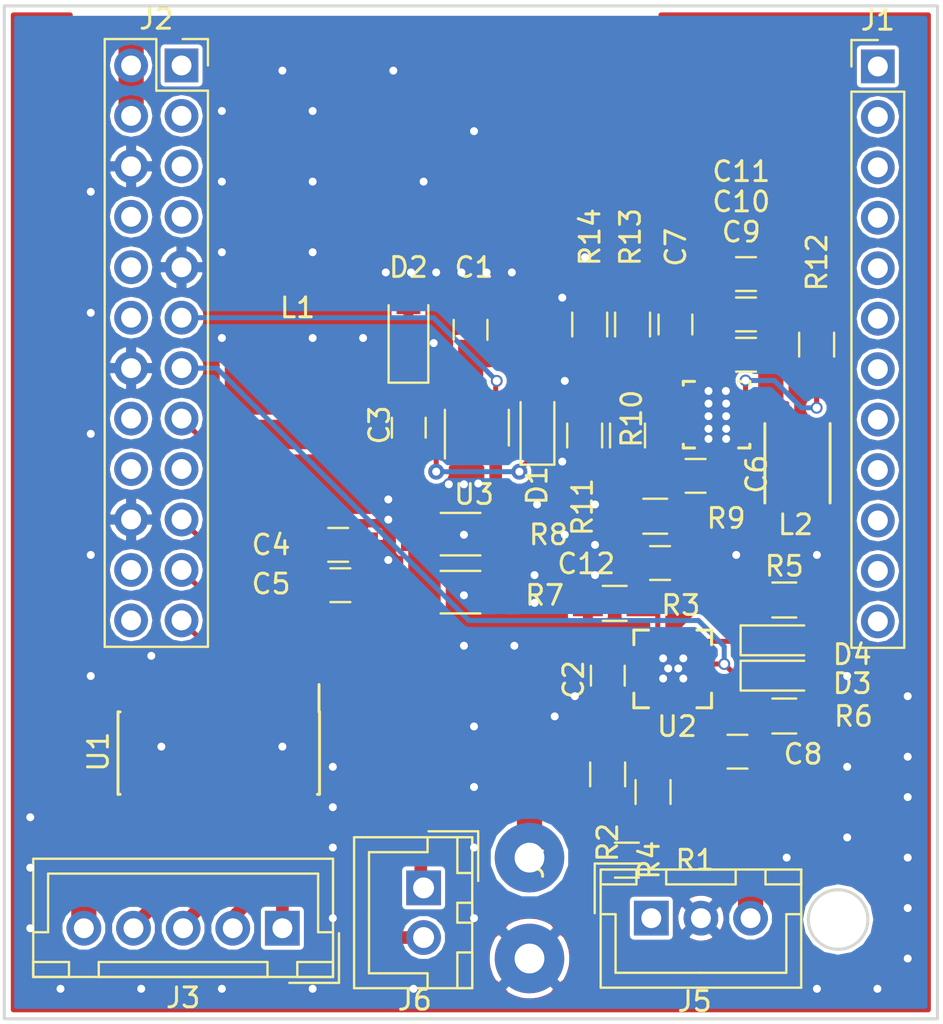
<source format=kicad_pcb>
(kicad_pcb (version 20170919) (host pcbnew "(2017-09-19 revision dddaa7e69)-makepkg")
  (layers (0 F.Cu signal) (31 B.Cu signal) (34 B.Paste user) (35 F.Paste user) (36 B.SilkS user) (37 F.SilkS user) (38 B.Mask user) (39 F.Mask user) (44 Edge.Cuts user))
  (net 0 "")
  (net 1 GND)
  (net 2 "Net-(J2-Pad15)")
  (net 3 "Net-(J2-Pad19)")
  (net 4 "Net-(J3-Pad2)")
  (net 5 "Net-(J3-Pad3)")
  (net 6 "Net-(J3-Pad4)")
  (net 7 +5V)
  (net 8 +5P)
  (net 9 "Net-(C3-Pad1)")
  (net 10 "Net-(C3-Pad2)")
  (net 11 "Net-(C4-Pad1)")
  (net 12 "Net-(C5-Pad2)")
  (net 13 +4,4V)
  (net 14 "Net-(C7-Pad1)")
  (net 15 /PGOOD)
  (net 16 "Net-(D3-Pad2)")
  (net 17 "Net-(D4-Pad2)")
  (net 18 "Net-(D4-Pad1)")
  (net 19 /LED_EN)
  (net 20 "Net-(J5-Pad1)")
  (net 21 "Net-(L2-Pad2)")
  (net 22 "Net-(R2-Pad1)")
  (net 23 "Net-(R3-Pad1)")
  (net 24 "Net-(R4-Pad1)")
  (net 25 "Net-(R10-Pad1)")
  (net 26 "Net-(R10-Pad2)")
  (net 27 "Net-(R12-Pad2)")
  (net 28 "Net-(R13-Pad2)")
  (net 29 "Net-(J3-Pad1)")
  (net 30 "Net-(J2-Pad21)")
  (net 31 "Net-(J2-Pad23)")
  (net 32 /BAT)
  (net 33 "Net-(J2-Pad1)")
  (net 34 "Net-(J2-Pad3)")
  (net 35 "Net-(J2-Pad5)")
  (net 36 "Net-(J2-Pad7)")
  (net 37 "Net-(J2-Pad8)")
  (net 38 "Net-(J2-Pad10)")
  (net 39 "Net-(J2-Pad12)")
  (net 40 "Net-(J2-Pad16)")
  (net 41 "Net-(J2-Pad17)")
  (net 42 "Net-(J2-Pad18)")
  (net 43 "Net-(J2-Pad22)")
  (net 44 "Net-(J2-Pad24)")
  (net 45 "Net-(J1-Pad1)")
  (net 46 "Net-(J1-Pad2)")
  (net 47 "Net-(J1-Pad3)")
  (net 48 "Net-(J1-Pad4)")
  (net 49 "Net-(J1-Pad5)")
  (net 50 "Net-(J1-Pad6)")
  (net 51 "Net-(J1-Pad7)")
  (net 52 "Net-(J1-Pad8)")
  (net 53 "Net-(J1-Pad9)")
  (net 54 "Net-(J1-Pad10)")
  (net 55 "Net-(J1-Pad11)")
  (net 56 "Net-(J1-Pad12)")
  (net 57 "Net-(U1-Pad5)")
  (net 58 "Net-(U1-Pad6)")
  (net 59 "Net-(U1-Pad7)")
  (net 60 "Net-(U1-Pad10)")
  (net 61 "Net-(U1-Pad11)")
  (net 62 "Net-(U1-Pad12)")
  (module Resistors_SMD:R_0805_HandSoldering (layer F.Cu) (at 143.891 147.193 270)
    (fp_text reference R2 (at 3.429 0 270) (layer F.SilkS))
    (fp_text value 1k8)
    (pad 1 smd rect (at -1.35 0 270) (size 1.5 1.3) (layers F.Cu F.Paste F.Mask) (net 22 "Net-(R2-Pad1)"))
    (pad 2 smd rect (at 1.35 0 270) (size 1.5 1.3) (layers F.Cu F.Paste F.Mask) (net 1 GND))
  )
  (module footprints:BQ24073RGTT (layer F.Cu) (at 147.1676 141.8844 90)
    (fp_text reference U2 (at -2.8956 0.2159 180) (layer F.SilkS))
    (fp_text value BQ2407x hide)
    (pad 17 smd rect (at 0 0 90) (size 1.7 1.7) (layers F.Cu F.Paste F.Mask) (net 1 GND))
    (pad 16 smd rect (at -0.750189 -1.475001 90) (size 0.28 0.85) (layers F.Cu F.Paste F.Mask) (net 22 "Net-(R2-Pad1)"))
    (pad 15 smd rect (at -0.250063 -1.475001 90) (size 0.28 0.85) (layers F.Cu F.Paste F.Mask) (net 1 GND))
    (pad 14 smd rect (at 0.250063 -1.475001 90) (size 0.28 0.85) (layers F.Cu F.Paste F.Mask) (net 1 GND))
    (pad 13 smd rect (at 0.750189 -1.475001 90) (size 0.28 0.85) (layers F.Cu F.Paste F.Mask) (net 8 +5P))
    (pad 12 smd rect (at 1.475001 -0.750001 180) (size 0.28 0.85) (layers F.Cu F.Paste F.Mask) (net 23 "Net-(R3-Pad1)"))
    (pad 11 smd rect (at 1.475001 -0.25 180) (size 0.28 0.85) (layers F.Cu F.Paste F.Mask) (net 13 +4,4V))
    (pad 10 smd rect (at 1.475001 0.25 180) (size 0.28 0.85) (layers F.Cu F.Paste F.Mask) (net 13 +4,4V))
    (pad 9 smd rect (at 1.475001 0.750001 180) (size 0.28 0.85) (layers F.Cu F.Paste F.Mask) (net 18 "Net-(D4-Pad1)"))
    (pad 8 smd rect (at 0.750189 1.475001 90) (size 0.28 0.85) (layers F.Cu F.Paste F.Mask) (net 1 GND))
    (pad 7 smd rect (at 0.250063 1.475001 90) (size 0.28 0.85) (layers F.Cu F.Paste F.Mask) (net 15 /PGOOD))
    (pad 6 smd rect (at -0.250063 1.475001 90) (size 0.28 0.85) (layers F.Cu F.Paste F.Mask) (net 1 GND))
    (pad 5 smd rect (at -0.750189 1.475001 90) (size 0.28 0.85) (layers F.Cu F.Paste F.Mask) (net 13 +4,4V))
    (pad 4 smd rect (at -1.475001 0.750001 180) (size 0.28 0.85) (layers F.Cu F.Paste F.Mask) (net 1 GND))
    (pad 3 smd rect (at -1.475001 0.25 180) (size 0.28 0.85) (layers F.Cu F.Paste F.Mask) (net 32 /BAT))
    (pad 2 smd rect (at -1.475001 -0.25 180) (size 0.28 0.85) (layers F.Cu F.Paste F.Mask) (net 32 /BAT))
    (pad 1 smd rect (at -1.475001 -0.750001 180) (size 0.28 0.85) (layers F.Cu F.Paste F.Mask) (net 24 "Net-(R4-Pad1)"))
  )
  (module Resistors_SMD:R_0805_HandSoldering (layer F.Cu) (at 146.177 148.082 270)
    (fp_text reference R4 (at 3.429 0.1905 270) (layer F.SilkS))
    (fp_text value 0R)
    (pad 1 smd rect (at -1.35 0 270) (size 1.5 1.3) (layers F.Cu F.Paste F.Mask) (net 24 "Net-(R4-Pad1)"))
    (pad 2 smd rect (at 1.35 0 270) (size 1.5 1.3) (layers F.Cu F.Paste F.Mask) (net 20 "Net-(J5-Pad1)"))
  )
  (module Socket_Strips:Socket_Strip_Straight_2x12_Pitch2.54mm (layer F.Cu) (at 122.428 111.5)
    (fp_text reference J2 (at -1.27 -2.33) (layer F.SilkS))
    (fp_text value CONN_02X12 hide)
    (pad 1 thru_hole rect (at 0 0) (size 1.7 1.7) (drill 1) (layers *.Cu *.Mask) (net 33 "Net-(J2-Pad1)"))
    (pad 2 thru_hole oval (at -2.54 0) (size 1.7 1.7) (drill 1) (layers *.Cu *.Mask) (net 7 +5V))
    (pad 3 thru_hole oval (at 0 2.54) (size 1.7 1.7) (drill 1) (layers *.Cu *.Mask) (net 34 "Net-(J2-Pad3)"))
    (pad 4 thru_hole oval (at -2.54 2.54) (size 1.7 1.7) (drill 1) (layers *.Cu *.Mask) (net 7 +5V))
    (pad 5 thru_hole oval (at 0 5.08) (size 1.7 1.7) (drill 1) (layers *.Cu *.Mask) (net 35 "Net-(J2-Pad5)"))
    (pad 6 thru_hole oval (at -2.54 5.08) (size 1.7 1.7) (drill 1) (layers *.Cu *.Mask) (net 1 GND))
    (pad 7 thru_hole oval (at 0 7.62) (size 1.7 1.7) (drill 1) (layers *.Cu *.Mask) (net 36 "Net-(J2-Pad7)"))
    (pad 8 thru_hole oval (at -2.54 7.62) (size 1.7 1.7) (drill 1) (layers *.Cu *.Mask) (net 37 "Net-(J2-Pad8)"))
    (pad 9 thru_hole oval (at 0 10.16) (size 1.7 1.7) (drill 1) (layers *.Cu *.Mask) (net 1 GND))
    (pad 10 thru_hole oval (at -2.54 10.16) (size 1.7 1.7) (drill 1) (layers *.Cu *.Mask) (net 38 "Net-(J2-Pad10)"))
    (pad 11 thru_hole oval (at 0 12.7) (size 1.7 1.7) (drill 1) (layers *.Cu *.Mask) (net 19 /LED_EN))
    (pad 12 thru_hole oval (at -2.54 12.7) (size 1.7 1.7) (drill 1) (layers *.Cu *.Mask) (net 39 "Net-(J2-Pad12)"))
    (pad 13 thru_hole oval (at 0 15.24) (size 1.7 1.7) (drill 1) (layers *.Cu *.Mask) (net 15 /PGOOD))
    (pad 14 thru_hole oval (at -2.54 15.24) (size 1.7 1.7) (drill 1) (layers *.Cu *.Mask) (net 1 GND))
    (pad 15 thru_hole oval (at 0 17.78) (size 1.7 1.7) (drill 1) (layers *.Cu *.Mask) (net 2 "Net-(J2-Pad15)"))
    (pad 16 thru_hole oval (at -2.54 17.78) (size 1.7 1.7) (drill 1) (layers *.Cu *.Mask) (net 40 "Net-(J2-Pad16)"))
    (pad 17 thru_hole oval (at 0 20.32) (size 1.7 1.7) (drill 1) (layers *.Cu *.Mask) (net 41 "Net-(J2-Pad17)"))
    (pad 18 thru_hole oval (at -2.54 20.32) (size 1.7 1.7) (drill 1) (layers *.Cu *.Mask) (net 42 "Net-(J2-Pad18)"))
    (pad 19 thru_hole oval (at 0 22.86) (size 1.7 1.7) (drill 1) (layers *.Cu *.Mask) (net 3 "Net-(J2-Pad19)"))
    (pad 20 thru_hole oval (at -2.54 22.86) (size 1.7 1.7) (drill 1) (layers *.Cu *.Mask) (net 1 GND))
    (pad 21 thru_hole oval (at 0 25.4) (size 1.7 1.7) (drill 1) (layers *.Cu *.Mask) (net 30 "Net-(J2-Pad21)"))
    (pad 22 thru_hole oval (at -2.54 25.4) (size 1.7 1.7) (drill 1) (layers *.Cu *.Mask) (net 43 "Net-(J2-Pad22)"))
    (pad 23 thru_hole oval (at 0 27.94) (size 1.7 1.7) (drill 1) (layers *.Cu *.Mask) (net 31 "Net-(J2-Pad23)"))
    (pad 24 thru_hole oval (at -2.54 27.94) (size 1.7 1.7) (drill 1) (layers *.Cu *.Mask) (net 44 "Net-(J2-Pad24)"))
  )
  (module Wire_Connections_Bridges:WireConnection_2.50mmDrill (layer F.Cu) (at 139.954 156.464 90)
    (fp_text reference J4 (at 4.8514 0.2032 90) (layer F.SilkS))
    (fp_text value POWER)
    (pad 2 thru_hole circle (at 5.08 0 90) (size 3.5 3.5) (drill 1.5) (layers *.Cu *.Mask) (net 8 +5P))
    (pad 1 thru_hole circle (at 0 0 90) (size 3.5 3.5) (drill 1.5) (layers *.Cu *.Mask) (net 1 GND))
  )
  (module Connectors_JST:JST_XH_B03B-XH-A_03x2.50mm_Straight (layer F.Cu) (at 146.09 154.432)
    (fp_text reference J5 (at 2.1825 4.191) (layer F.SilkS))
    (fp_text value BAT hide)
    (pad 1 thru_hole rect (at 0 0) (size 1.75 1.75) (drill 1) (layers *.Cu *.Mask) (net 20 "Net-(J5-Pad1)"))
    (pad 2 thru_hole circle (at 2.5 0) (size 1.75 1.75) (drill 1) (layers *.Cu *.Mask) (net 1 GND))
    (pad 3 thru_hole circle (at 5 0) (size 1.75 1.75) (drill 1) (layers *.Cu *.Mask) (net 32 /BAT))
  )
  (module tps61230:TPS61232DRCT (layer F.Cu) (at 149.3774 129.0828 180)
    (fp_text reference U4)
    (fp_text value TPS6123x hide)
    (pad 1 smd rect (at -1.4986 -1.000001 270) (size 0.3048 0.7112) (layers F.Cu F.Paste F.Mask) (net 21 "Net-(L2-Pad2)"))
    (pad 2 smd rect (at -1.4986 -0.499999 270) (size 0.3048 0.7112) (layers F.Cu F.Paste F.Mask) (net 21 "Net-(L2-Pad2)"))
    (pad 3 smd rect (at -1.4986 0 270) (size 0.3048 0.7112) (layers F.Cu F.Paste F.Mask) (net 7 +5V))
    (pad 4 smd rect (at -1.4986 0.499999 270) (size 0.3048 0.7112) (layers F.Cu F.Paste F.Mask) (net 7 +5V))
    (pad 5 smd rect (at -1.4986 1.000001 270) (size 0.3048 0.7112) (layers F.Cu F.Paste F.Mask) (net 27 "Net-(R12-Pad2)"))
    (pad 6 smd rect (at 1.4986 1.000001 270) (size 0.3048 0.7112) (layers F.Cu F.Paste F.Mask) (net 14 "Net-(C7-Pad1)"))
    (pad 7 smd rect (at 1.4986 0.499999 270) (size 0.3048 0.7112) (layers F.Cu F.Paste F.Mask) (net 28 "Net-(R13-Pad2)"))
    (pad 8 smd rect (at 1.4986 0 270) (size 0.3048 0.7112) (layers F.Cu F.Paste F.Mask) (net 26 "Net-(R10-Pad2)"))
    (pad 9 smd rect (at 1.4986 -0.499999 270) (size 0.3048 0.7112) (layers F.Cu F.Paste F.Mask) (net 25 "Net-(R10-Pad1)"))
    (pad 10 smd rect (at 1.4986 -1.000001 270) (size 0.3048 0.7112) (layers F.Cu F.Paste F.Mask) (net 13 +4,4V))
    (pad 11 smd rect (at 0 0 180) (size 1.6002 3.0988) (layers F.Cu F.Paste F.Mask) (net 1 GND))
  )
  (module Capacitors_SMD:C_0805_HandSoldering (layer F.Cu) (at 148.320978 132.16263)
    (fp_text reference C6 (at 3.063022 -0.08263 90) (layer F.SilkS))
    (fp_text value 22u)
    (pad 1 smd rect (at -1.25 0) (size 1.5 1.25) (layers F.Cu F.Paste F.Mask) (net 13 +4,4V))
    (pad 2 smd rect (at 1.25 0) (size 1.5 1.25) (layers F.Cu F.Paste F.Mask) (net 1 GND))
  )
  (module Capacitors_SMD:C_0805_HandSoldering (layer F.Cu) (at 143.898869 142.222659 270)
    (fp_text reference C2 (at 0.207841 1.722369 270) (layer F.SilkS))
    (fp_text value 1u)
    (pad 1 smd rect (at -1.25 0 270) (size 1.5 1.25) (layers F.Cu F.Paste F.Mask) (net 8 +5P))
    (pad 2 smd rect (at 1.25 0 270) (size 1.5 1.25) (layers F.Cu F.Paste F.Mask) (net 1 GND))
  )
  (module Capacitors_SMD:C_0805_HandSoldering (layer F.Cu) (at 146.531911 136.551641 180)
    (fp_text reference C12 (at 3.720411 -0.036859 180) (layer F.SilkS))
    (fp_text value 4u7)
    (pad 1 smd rect (at -1.25 0 180) (size 1.5 1.25) (layers F.Cu F.Paste F.Mask) (net 13 +4,4V))
    (pad 2 smd rect (at 1.25 0 180) (size 1.5 1.25) (layers F.Cu F.Paste F.Mask) (net 1 GND))
  )
  (module Capacitors_SMD:C_0805_HandSoldering (layer F.Cu) (at 150.4315 146.05)
    (fp_text reference C8 (at 3.302 0.127) (layer F.SilkS))
    (fp_text value 4u7)
    (pad 1 smd rect (at -1.25 0) (size 1.5 1.25) (layers F.Cu F.Paste F.Mask) (net 32 /BAT))
    (pad 2 smd rect (at 1.25 0) (size 1.5 1.25) (layers F.Cu F.Paste F.Mask) (net 1 GND))
  )
  (module Resistors_SMD:R_0805_HandSoldering (layer F.Cu) (at 152.788869 144.254659)
    (fp_text reference R6 (at 3.484631 0.017341) (layer F.SilkS))
    (fp_text value 1k)
    (pad 1 smd rect (at -1.35 0) (size 1.5 1.3) (layers F.Cu F.Paste F.Mask) (net 13 +4,4V))
    (pad 2 smd rect (at 1.35 0) (size 1.5 1.3) (layers F.Cu F.Paste F.Mask) (net 16 "Net-(D3-Pad2)"))
  )
  (module Resistors_SMD:R_0805_HandSoldering (layer F.Cu) (at 144.86 151.511)
    (fp_text reference R1 (at 3.429 0) (layer F.SilkS))
    (fp_text value "(none)")
    (pad 1 smd rect (at -1.35 0) (size 1.5 1.3) (layers F.Cu F.Paste F.Mask) (net 1 GND))
    (pad 2 smd rect (at 1.35 0) (size 1.5 1.3) (layers F.Cu F.Paste F.Mask) (net 20 "Net-(J5-Pad1)"))
  )
  (module LEDs:LED_0805_HandSoldering (layer F.Cu) (at 152.788869 142.222659)
    (fp_text reference D3 (at 3.421131 0.398341) (layer F.SilkS))
    (fp_text value PGOOD)
    (pad 1 smd rect (at -1.35 0) (size 1.5 1.3) (layers F.Cu F.Paste F.Mask) (net 15 /PGOOD))
    (pad 2 smd rect (at 1.35 0) (size 1.5 1.3) (layers F.Cu F.Paste F.Mask) (net 16 "Net-(D3-Pad2)"))
  )
  (module LEDs:LED_0805_HandSoldering (layer F.Cu) (at 152.788869 140.444659)
    (fp_text reference D4 (at 3.421131 0.715841) (layer F.SilkS))
    (fp_text value CHG)
    (pad 1 smd rect (at -1.35 0) (size 1.5 1.3) (layers F.Cu F.Paste F.Mask) (net 18 "Net-(D4-Pad1)"))
    (pad 2 smd rect (at 1.35 0) (size 1.5 1.3) (layers F.Cu F.Paste F.Mask) (net 17 "Net-(D4-Pad2)"))
  )
  (module Resistors_SMD:R_0805_HandSoldering (layer F.Cu) (at 144.245911 138.583641 180)
    (fp_text reference R3 (at -3.328089 -0.100359) (layer F.SilkS))
    (fp_text value 1k1)
    (pad 1 smd rect (at -1.35 0 180) (size 1.5 1.3) (layers F.Cu F.Paste F.Mask) (net 23 "Net-(R3-Pad1)"))
    (pad 2 smd rect (at 1.35 0 180) (size 1.5 1.3) (layers F.Cu F.Paste F.Mask) (net 1 GND))
  )
  (module Resistors_SMD:R_0805_HandSoldering (layer F.Cu) (at 152.788869 138.412659)
    (fp_text reference R5 (at 0 -1.7) (layer F.SilkS))
    (fp_text value 1k)
    (pad 1 smd rect (at -1.35 0) (size 1.5 1.3) (layers F.Cu F.Paste F.Mask) (net 13 +4,4V))
    (pad 2 smd rect (at 1.35 0) (size 1.5 1.3) (layers F.Cu F.Paste F.Mask) (net 17 "Net-(D4-Pad2)"))
  )
  (module Connectors_JST:JST_XH_B05B-XH-A_05x2.50mm_Straight (layer F.Cu) (at 127.508 154.94 180)
    (fp_text reference J3 (at 5 -3.5 180) (layer F.SilkS))
    (fp_text value STEP hide)
    (pad 1 thru_hole rect (at 0 0 180) (size 1.75 1.75) (drill 1) (layers *.Cu *.Mask) (net 29 "Net-(J3-Pad1)"))
    (pad 2 thru_hole circle (at 2.5 0 180) (size 1.75 1.75) (drill 1) (layers *.Cu *.Mask) (net 4 "Net-(J3-Pad2)"))
    (pad 3 thru_hole circle (at 5 0 180) (size 1.75 1.75) (drill 1) (layers *.Cu *.Mask) (net 5 "Net-(J3-Pad3)"))
    (pad 4 thru_hole circle (at 7.5 0 180) (size 1.75 1.75) (drill 1) (layers *.Cu *.Mask) (net 6 "Net-(J3-Pad4)"))
    (pad 5 thru_hole circle (at 10 0 180) (size 1.75 1.75) (drill 1) (layers *.Cu *.Mask) (net 7 +5V))
  )
  (module Capacitors_SMD:C_0805_HandSoldering (layer F.Cu) (at 150.860978 122.00263 180)
    (fp_text reference C11 (at 0.238978 5.16263 180) (layer F.SilkS))
    (fp_text value 22u)
    (pad 1 smd rect (at -1.25 0 180) (size 1.5 1.25) (layers F.Cu F.Paste F.Mask) (net 7 +5V))
    (pad 2 smd rect (at 1.25 0 180) (size 1.5 1.25) (layers F.Cu F.Paste F.Mask) (net 1 GND))
  )
  (module Resistors_SMD:R_0805_HandSoldering (layer F.Cu) (at 142.986978 124.54263 90)
    (fp_text reference R14 (at 4.40063 0.015022 90) (layer F.SilkS))
    (fp_text value 100k)
    (pad 1 smd rect (at -1.35 0 90) (size 1.5 1.3) (layers F.Cu F.Paste F.Mask) (net 28 "Net-(R13-Pad2)"))
    (pad 2 smd rect (at 1.35 0 90) (size 1.5 1.3) (layers F.Cu F.Paste F.Mask) (net 1 GND))
  )
  (module Capacitors_SMD:C_0805_HandSoldering (layer F.Cu) (at 150.860978 124.03463 180)
    (fp_text reference C10 (at 0.238978 5.67063 180) (layer F.SilkS))
    (fp_text value 22u)
    (pad 1 smd rect (at -1.25 0 180) (size 1.5 1.25) (layers F.Cu F.Paste F.Mask) (net 7 +5V))
    (pad 2 smd rect (at 1.25 0 180) (size 1.5 1.25) (layers F.Cu F.Paste F.Mask) (net 1 GND))
  )
  (module Capacitors_SMD:C_0805_HandSoldering (layer F.Cu) (at 147.304978 124.54263 90)
    (fp_text reference C7 (at 3.89263 0.015022 90) (layer F.SilkS))
    (fp_text value 10n)
    (pad 1 smd rect (at -1.25 0 90) (size 1.5 1.25) (layers F.Cu F.Paste F.Mask) (net 14 "Net-(C7-Pad1)"))
    (pad 2 smd rect (at 1.25 0 90) (size 1.5 1.25) (layers F.Cu F.Paste F.Mask) (net 1 GND))
  )
  (module Capacitors_SMD:C_0805_HandSoldering (layer F.Cu) (at 150.860978 126.06663 180)
    (fp_text reference C9 (at 0.238978 6.17863 180) (layer F.SilkS))
    (fp_text value 22u)
    (pad 1 smd rect (at -1.25 0 180) (size 1.5 1.25) (layers F.Cu F.Paste F.Mask) (net 7 +5V))
    (pad 2 smd rect (at 1.25 0 180) (size 1.5 1.25) (layers F.Cu F.Paste F.Mask) (net 1 GND))
  )
  (module Resistors_SMD:R_0805_HandSoldering (layer F.Cu) (at 142.732978 130.13063 270)
    (fp_text reference R11 (at 3.60037 0.111978 270) (layer F.SilkS))
    (fp_text value 1k)
    (pad 1 smd rect (at -1.35 0 270) (size 1.5 1.3) (layers F.Cu F.Paste F.Mask) (net 26 "Net-(R10-Pad2)"))
    (pad 2 smd rect (at 1.35 0 270) (size 1.5 1.3) (layers F.Cu F.Paste F.Mask) (net 1 GND))
  )
  (module inductor:DJNR3015 (layer F.Cu) (at 153.451778 131.47683 90)
    (fp_text reference L2 (at -3.14317 -0.099278 180) (layer F.SilkS))
    (fp_text value 1uH)
    (pad 1 smd rect (at -1.3 0 90) (size 1.4 2.7) (layers F.Cu F.Paste F.Mask) (net 13 +4,4V))
    (pad 2 smd rect (at 1.3 0 90) (size 1.4 2.7) (layers F.Cu F.Paste F.Mask) (net 21 "Net-(L2-Pad2)"))
  )
  (module Resistors_SMD:R_0805_HandSoldering (layer F.Cu) (at 146.288978 134.19463 180)
    (fp_text reference R9 (at -3.571022 -0.10787 180) (layer F.SilkS))
    (fp_text value 18k)
    (pad 1 smd rect (at -1.35 0 180) (size 1.5 1.3) (layers F.Cu F.Paste F.Mask) (net 13 +4,4V))
    (pad 2 smd rect (at 1.35 0 180) (size 1.5 1.3) (layers F.Cu F.Paste F.Mask) (net 25 "Net-(R10-Pad1)"))
  )
  (module Resistors_SMD:R_0805_HandSoldering (layer F.Cu) (at 144.891978 130.13063 90)
    (fp_text reference R10 (at 0.84463 0.205522 90) (layer F.SilkS))
    (fp_text value 10k)
    (pad 1 smd rect (at -1.35 0 90) (size 1.5 1.3) (layers F.Cu F.Paste F.Mask) (net 25 "Net-(R10-Pad1)"))
    (pad 2 smd rect (at 1.35 0 90) (size 1.5 1.3) (layers F.Cu F.Paste F.Mask) (net 26 "Net-(R10-Pad2)"))
  )
  (module Resistors_SMD:R_0805_HandSoldering (layer F.Cu) (at 145.145978 124.54263 270)
    (fp_text reference R13 (at -4.40063 0.111978 270) (layer F.SilkS))
    (fp_text value 402k)
    (pad 1 smd rect (at -1.35 0 270) (size 1.5 1.3) (layers F.Cu F.Paste F.Mask) (net 7 +5V))
    (pad 2 smd rect (at 1.35 0 270) (size 1.5 1.3) (layers F.Cu F.Paste F.Mask) (net 28 "Net-(R13-Pad2)"))
  )
  (module Resistors_SMD:R_0805_HandSoldering (layer F.Cu) (at 154.416978 125.556 270)
    (fp_text reference R12 (at -4.144 -0.015022 270) (layer F.SilkS))
    (fp_text value 1M)
    (pad 1 smd rect (at -1.35 0 270) (size 1.5 1.3) (layers F.Cu F.Paste F.Mask) (net 7 +5V))
    (pad 2 smd rect (at 1.35 0 270) (size 1.5 1.3) (layers F.Cu F.Paste F.Mask) (net 27 "Net-(R12-Pad2)"))
  )
  (module Housings_SOIC:SOIC-16_3.9x9.9mm_Pitch1.27mm (layer F.Cu) (at 124.303222 146.121276 270)
    (fp_text reference U1 (at -0.071276 6.066222 270) (layer F.SilkS))
    (fp_text value ULN2003)
    (pad 1 smd rect (at -2.7 -4.445 270) (size 1.5 0.6) (layers F.Cu F.Paste F.Mask) (net 2 "Net-(J2-Pad15)"))
    (pad 2 smd rect (at -2.7 -3.175 270) (size 1.5 0.6) (layers F.Cu F.Paste F.Mask) (net 3 "Net-(J2-Pad19)"))
    (pad 3 smd rect (at -2.7 -1.905 270) (size 1.5 0.6) (layers F.Cu F.Paste F.Mask) (net 30 "Net-(J2-Pad21)"))
    (pad 4 smd rect (at -2.7 -0.635 270) (size 1.5 0.6) (layers F.Cu F.Paste F.Mask) (net 31 "Net-(J2-Pad23)"))
    (pad 5 smd rect (at -2.7 0.635 270) (size 1.5 0.6) (layers F.Cu F.Paste F.Mask) (net 57 "Net-(U1-Pad5)"))
    (pad 6 smd rect (at -2.7 1.905 270) (size 1.5 0.6) (layers F.Cu F.Paste F.Mask) (net 58 "Net-(U1-Pad6)"))
    (pad 7 smd rect (at -2.7 3.175 270) (size 1.5 0.6) (layers F.Cu F.Paste F.Mask) (net 59 "Net-(U1-Pad7)"))
    (pad 8 smd rect (at -2.7 4.445 270) (size 1.5 0.6) (layers F.Cu F.Paste F.Mask) (net 1 GND))
    (pad 9 smd rect (at 2.7 4.445 270) (size 1.5 0.6) (layers F.Cu F.Paste F.Mask) (net 7 +5V))
    (pad 10 smd rect (at 2.7 3.175 270) (size 1.5 0.6) (layers F.Cu F.Paste F.Mask) (net 60 "Net-(U1-Pad10)"))
    (pad 11 smd rect (at 2.7 1.905 270) (size 1.5 0.6) (layers F.Cu F.Paste F.Mask) (net 61 "Net-(U1-Pad11)"))
    (pad 12 smd rect (at 2.7 0.635 270) (size 1.5 0.6) (layers F.Cu F.Paste F.Mask) (net 62 "Net-(U1-Pad12)"))
    (pad 13 smd rect (at 2.7 -0.635 270) (size 1.5 0.6) (layers F.Cu F.Paste F.Mask) (net 6 "Net-(J3-Pad4)"))
    (pad 14 smd rect (at 2.7 -1.905 270) (size 1.5 0.6) (layers F.Cu F.Paste F.Mask) (net 5 "Net-(J3-Pad3)"))
    (pad 15 smd rect (at 2.7 -3.175 270) (size 1.5 0.6) (layers F.Cu F.Paste F.Mask) (net 4 "Net-(J3-Pad2)"))
    (pad 16 smd rect (at 2.7 -4.445 270) (size 1.5 0.6) (layers F.Cu F.Paste F.Mask) (net 29 "Net-(J3-Pad1)"))
  )
  (module Socket_Strips:Socket_Strip_Straight_1x12_Pitch2.54mm (layer F.Cu) (at 157.5 111.55)
    (fp_text reference J1 (at 0 -2.33) (layer F.SilkS))
    (fp_text value CONN_01X12 hide)
    (pad 1 thru_hole rect (at 0 0) (size 1.7 1.7) (drill 1) (layers *.Cu *.Mask) (net 45 "Net-(J1-Pad1)"))
    (pad 2 thru_hole oval (at 0 2.54) (size 1.7 1.7) (drill 1) (layers *.Cu *.Mask) (net 46 "Net-(J1-Pad2)"))
    (pad 3 thru_hole oval (at 0 5.08) (size 1.7 1.7) (drill 1) (layers *.Cu *.Mask) (net 47 "Net-(J1-Pad3)"))
    (pad 4 thru_hole oval (at 0 7.62) (size 1.7 1.7) (drill 1) (layers *.Cu *.Mask) (net 48 "Net-(J1-Pad4)"))
    (pad 5 thru_hole oval (at 0 10.16) (size 1.7 1.7) (drill 1) (layers *.Cu *.Mask) (net 49 "Net-(J1-Pad5)"))
    (pad 6 thru_hole oval (at 0 12.7) (size 1.7 1.7) (drill 1) (layers *.Cu *.Mask) (net 50 "Net-(J1-Pad6)"))
    (pad 7 thru_hole oval (at 0 15.24) (size 1.7 1.7) (drill 1) (layers *.Cu *.Mask) (net 51 "Net-(J1-Pad7)"))
    (pad 8 thru_hole oval (at 0 17.78) (size 1.7 1.7) (drill 1) (layers *.Cu *.Mask) (net 52 "Net-(J1-Pad8)"))
    (pad 9 thru_hole oval (at 0 20.32) (size 1.7 1.7) (drill 1) (layers *.Cu *.Mask) (net 53 "Net-(J1-Pad9)"))
    (pad 10 thru_hole oval (at 0 22.86) (size 1.7 1.7) (drill 1) (layers *.Cu *.Mask) (net 54 "Net-(J1-Pad10)"))
    (pad 11 thru_hole oval (at 0 25.4) (size 1.7 1.7) (drill 1) (layers *.Cu *.Mask) (net 55 "Net-(J1-Pad11)"))
    (pad 12 thru_hole oval (at 0 27.94) (size 1.7 1.7) (drill 1) (layers *.Cu *.Mask) (net 56 "Net-(J1-Pad12)"))
  )
  (module Diodes_SMD:D_SOD-323_HandSoldering (layer F.Cu) (at 140.356138 129.700348 90)
    (fp_text reference D1 (at -2.951152 -0.021138 90) (layer F.SilkS))
    (fp_text value BAT54WS)
    (pad 1 smd rect (at -1.25 0 90) (size 1 1) (layers F.Cu F.Paste F.Mask) (net 9 "Net-(C3-Pad1)"))
    (pad 2 smd rect (at 1.25 0 90) (size 1 1) (layers F.Cu F.Paste F.Mask) (net 7 +5V))
  )
  (module Diodes_SMD:D_SOD-123 (layer F.Cu) (at 133.858 125.222 90)
    (fp_text reference D2 (at 3.556 0 180) (layer F.SilkS))
    (fp_text value MBR0520LTG)
    (pad 1 smd rect (at -1.65 0 90) (size 0.9 1.2) (layers F.Cu F.Paste F.Mask) (net 10 "Net-(C3-Pad2)"))
    (pad 2 smd rect (at 1.65 0 90) (size 0.9 1.2) (layers F.Cu F.Paste F.Mask) (net 1 GND))
  )
  (module Resistors_SMD:R_1206_HandSoldering (layer F.Cu) (at 136.477531 138.018848)
    (fp_text reference R7 (at 4.238469 0.157152) (layer F.SilkS))
    (fp_text value 1R1)
    (pad 1 smd rect (at -2 0) (size 2 1.7) (layers F.Cu F.Paste F.Mask) (net 12 "Net-(C5-Pad2)"))
    (pad 2 smd rect (at 2 0) (size 2 1.7) (layers F.Cu F.Paste F.Mask) (net 1 GND))
  )
  (module Resistors_SMD:R_1206_HandSoldering (layer F.Cu) (at 136.482638 135.097848)
    (fp_text reference R8 (at 4.423862 0.030152) (layer F.SilkS))
    (fp_text value 1R1)
    (pad 1 smd rect (at -2 0) (size 2 1.7) (layers F.Cu F.Paste F.Mask) (net 12 "Net-(C5-Pad2)"))
    (pad 2 smd rect (at 2 0) (size 2 1.7) (layers F.Cu F.Paste F.Mask) (net 1 GND))
  )
  (module TO_SOT_Packages_SMD:SOT-23-6 (layer F.Cu) (at 137.303031 129.737989 90)
    (fp_text reference U3 (at -3.358011 -0.143031 180) (layer F.SilkS))
    (fp_text value LM3405)
    (pad 1 smd rect (at -1.1 -0.95 90) (size 1.06 0.65) (layers F.Cu F.Paste F.Mask) (net 9 "Net-(C3-Pad1)"))
    (pad 2 smd rect (at -1.1 0 90) (size 1.06 0.65) (layers F.Cu F.Paste F.Mask) (net 1 GND))
    (pad 3 smd rect (at -1.1 0.95 90) (size 1.06 0.65) (layers F.Cu F.Paste F.Mask) (net 12 "Net-(C5-Pad2)"))
    (pad 4 smd rect (at 1.1 0.95 90) (size 1.06 0.65) (layers F.Cu F.Paste F.Mask) (net 19 /LED_EN))
    (pad 6 smd rect (at 1.1 -0.95 90) (size 1.06 0.65) (layers F.Cu F.Paste F.Mask) (net 10 "Net-(C3-Pad2)"))
    (pad 5 smd rect (at 1.1 0 90) (size 1.06 0.65) (layers F.Cu F.Paste F.Mask) (net 7 +5V))
  )
  (module Connectors_JST:JST_XH_B02B-XH-A_02x2.50mm_Straight (layer F.Cu) (at 134.62 152.908 270)
    (fp_text reference J6 (at 5.6515 0.4445) (layer F.SilkS))
    (fp_text value PWR_LED hide)
    (pad 1 thru_hole rect (at 0 0 270) (size 1.75 1.75) (drill 1.05) (layers *.Cu *.Mask) (net 12 "Net-(C5-Pad2)"))
    (pad 2 thru_hole circle (at 2.5 0 270) (size 1.75 1.75) (drill 1.05) (layers *.Cu *.Mask) (net 11 "Net-(C4-Pad1)"))
  )
  (module Capacitors_SMD:C_0805_HandSoldering (layer F.Cu) (at 136.985531 124.810848 90)
    (fp_text reference C1 (at 3.144848 0.174469 180) (layer F.SilkS))
    (fp_text value 10u)
    (pad 1 smd rect (at -1.25 0 90) (size 1.5 1.25) (layers F.Cu F.Paste F.Mask) (net 7 +5V))
    (pad 2 smd rect (at 1.25 0 90) (size 1.5 1.25) (layers F.Cu F.Paste F.Mask) (net 1 GND))
  )
  (module Capacitors_SMD:C_0805_HandSoldering (layer F.Cu) (at 133.874031 129.737989 90)
    (fp_text reference C3 (at 0.134489 -1.476531 90) (layer F.SilkS))
    (fp_text value 10n)
    (pad 1 smd rect (at -1.25 0 90) (size 1.5 1.25) (layers F.Cu F.Paste F.Mask) (net 9 "Net-(C3-Pad1)"))
    (pad 2 smd rect (at 1.25 0 90) (size 1.5 1.25) (layers F.Cu F.Paste F.Mask) (net 10 "Net-(C3-Pad2)"))
  )
  (module Capacitors_SMD:C_0805_HandSoldering (layer F.Cu) (at 130.318031 135.636)
    (fp_text reference C4 (at -3.381531 0) (layer F.SilkS))
    (fp_text value 1u)
    (pad 1 smd rect (at -1.25 0) (size 1.5 1.25) (layers F.Cu F.Paste F.Mask) (net 11 "Net-(C4-Pad1)"))
    (pad 2 smd rect (at 1.25 0) (size 1.5 1.25) (layers F.Cu F.Paste F.Mask) (net 1 GND))
  )
  (module Capacitors_SMD:C_0805_HandSoldering (layer F.Cu) (at 130.429 137.668)
    (fp_text reference C5 (at -3.4925 -0.0635) (layer F.SilkS))
    (fp_text value 1u)
    (pad 1 smd rect (at -1.25 0) (size 1.5 1.25) (layers F.Cu F.Paste F.Mask) (net 11 "Net-(C4-Pad1)"))
    (pad 2 smd rect (at 1.25 0) (size 1.5 1.25) (layers F.Cu F.Paste F.Mask) (net 12 "Net-(C5-Pad2)"))
  )
  (module inductor:DLG-0705 (layer F.Cu) (at 128.354638 130.081348 270)
    (fp_text reference L1 (at -6.383348 0.084638) (layer F.SilkS))
    (fp_text value 12u)
    (pad 2 smd rect (at 2.5 0 270) (size 3 7.5) (layers F.Cu F.Paste F.Mask) (net 11 "Net-(C4-Pad1)"))
    (pad 1 smd rect (at -2.5 0 270) (size 3 7.5) (layers F.Cu F.Paste F.Mask) (net 10 "Net-(C3-Pad2)"))
  )
  (gr_circle (center 155.5 154.5) (end 157 154.5) (layer Edge.Cuts) (width 0.15))
  (gr_line (start 113.5 159.5) (end 113.5 108.5) (angle 90) (layer Edge.Cuts) (width 0.15))
  (gr_line (start 160.5 159.5) (end 113.5 159.5) (angle 90) (layer Edge.Cuts) (width 0.15))
  (gr_line (start 160.5 108.5) (end 160.5 159.5) (angle 90) (layer Edge.Cuts) (width 0.15))
  (gr_line (start 113.5 108.5) (end 160.5 108.5) (angle 90) (layer Edge.Cuts) (width 0.15))
  (via (at 137.373084 132.547084) (size 0.6) (drill 0.4) (layers F.Cu B.Cu) (net 1))
  (via (at 131.572 125.222) (size 0.6) (drill 0.4) (layers F.Cu B.Cu) (net 1))
  (via (at 135.128 125.476) (size 0.6) (drill 0.4) (layers F.Cu B.Cu) (net 1))
  (via (at 129.032 113.792) (size 0.6) (drill 0.4) (layers F.Cu B.Cu) (net 1))
  (via (at 129.032 125.222) (size 0.6) (drill 0.4) (layers F.Cu B.Cu) (net 1))
  (via (at 129.032 120.904) (size 0.6) (drill 0.4) (layers F.Cu B.Cu) (net 1))
  (via (at 134.62 117.348) (size 0.6) (drill 0.4) (layers F.Cu B.Cu) (net 1))
  (via (at 129.032 117.348) (size 0.6) (drill 0.4) (layers F.Cu B.Cu) (net 1))
  (via (at 137.16 114.808) (size 0.6) (drill 0.4) (layers F.Cu B.Cu) (net 1))
  (via (at 133.096 111.76) (size 0.6) (drill 0.4) (layers F.Cu B.Cu) (net 1))
  (via (at 127.508 111.76) (size 0.6) (drill 0.4) (layers F.Cu B.Cu) (net 1))
  (via (at 124.46 113.792) (size 0.6) (drill 0.4) (layers F.Cu B.Cu) (net 1))
  (via (at 124.46 117.348) (size 0.6) (drill 0.4) (layers F.Cu B.Cu) (net 1))
  (via (at 124.46 120.904) (size 0.6) (drill 0.4) (layers F.Cu B.Cu) (net 1))
  (via (at 124.46 125.222) (size 0.6) (drill 0.4) (layers F.Cu B.Cu) (net 1))
  (via (at 154.432 136.144) (size 0.6) (drill 0.4) (layers F.Cu B.Cu) (net 1))
  (via (at 150.368 136.144) (size 0.6) (drill 0.4) (layers F.Cu B.Cu) (net 1))
  (via (at 155.956 142.24) (size 0.6) (drill 0.4) (layers F.Cu B.Cu) (net 1))
  (via (at 155.956 146.812) (size 0.6) (drill 0.4) (layers F.Cu B.Cu) (net 1))
  (via (at 155.956 150.368) (size 0.6) (drill 0.4) (layers F.Cu B.Cu) (net 1))
  (via (at 152.908 151.384) (size 0.6) (drill 0.4) (layers F.Cu B.Cu) (net 1))
  (via (at 159.004 143.256) (size 0.6) (drill 0.4) (layers F.Cu B.Cu) (net 1))
  (via (at 159.004 146.304) (size 0.6) (drill 0.4) (layers F.Cu B.Cu) (net 1))
  (via (at 159.004 148.336) (size 0.6) (drill 0.4) (layers F.Cu B.Cu) (net 1))
  (via (at 159.004 151.384) (size 0.6) (drill 0.4) (layers F.Cu B.Cu) (net 1))
  (via (at 159.004 153.924) (size 0.6) (drill 0.4) (layers F.Cu B.Cu) (net 1))
  (via (at 159.004 156.464) (size 0.6) (drill 0.4) (layers F.Cu B.Cu) (net 1))
  (via (at 157.48 157.988) (size 0.6) (drill 0.4) (layers F.Cu B.Cu) (net 1))
  (via (at 154.432 157.988) (size 0.6) (drill 0.4) (layers F.Cu B.Cu) (net 1))
  (segment (start 122.428 129.28) (end 123.825 130.677) (width 0.254) (layer F.Cu) (net 2))
  (segment (start 123.825 130.677) (end 123.825 135.001) (width 0.254) (layer F.Cu) (net 2))
  (segment (start 123.825 135.001) (end 128.748222 139.924222) (width 0.254) (layer F.Cu) (net 2))
  (segment (start 128.748222 139.924222) (end 128.748222 143.421276) (width 0.254) (layer F.Cu) (net 2))
  (segment (start 119.253 150.495) (end 117.508 150.495) (width 0.635) (layer F.Cu) (net 7))
  (segment (start 119.858222 149.889778) (end 119.253 150.495) (width 0.635) (layer F.Cu) (net 7))
  (segment (start 119.858222 148.821276) (end 119.858222 149.889778) (width 0.635) (layer F.Cu) (net 7))
  (segment (start 145.145978 123.19263) (end 145.145978 120.380978) (width 1.27) (layer F.Cu) (net 7))
  (segment (start 145.145978 120.380978) (end 143.51 118.745) (width 1.27) (layer F.Cu) (net 7))
  (segment (start 143.51 118.745) (end 140.356138 118.745) (width 1.27) (layer F.Cu) (net 7))
  (segment (start 140.356138 125.984) (end 140.356138 118.745) (width 1.27) (layer F.Cu) (net 7))
  (segment (start 140.356138 118.745) (end 140.356138 109.749138) (width 1.27) (layer F.Cu) (net 7))
  (segment (start 119.888 109.728) (end 140.335 109.728) (width 1.27) (layer F.Cu) (net 7))
  (segment (start 140.335 109.728) (end 145.923 109.728) (width 1.27) (layer F.Cu) (net 7))
  (segment (start 140.356138 109.749138) (end 140.335 109.728) (width 1.27) (layer F.Cu) (net 7))
  (segment (start 145.923 109.728) (end 152.110978 115.915978) (width 1.27) (layer F.Cu) (net 7))
  (segment (start 152.110978 115.915978) (end 152.110978 120.10763) (width 1.27) (layer F.Cu) (net 7))
  (segment (start 117.508 150.495) (end 117.508 147.861) (width 1.27) (layer F.Cu) (net 7))
  (segment (start 117.508 147.861) (end 115.57 145.923) (width 1.27) (layer F.Cu) (net 7))
  (segment (start 115.57 145.923) (end 115.57 111.633) (width 1.27) (layer F.Cu) (net 7))
  (segment (start 115.57 111.633) (end 117.475 109.728) (width 1.27) (layer F.Cu) (net 7))
  (segment (start 117.475 109.728) (end 119.888 109.728) (width 1.27) (layer F.Cu) (net 7))
  (segment (start 119.888 111.5) (end 119.888 114.04) (width 1.27) (layer F.Cu) (net 7))
  (segment (start 119.888 109.728) (end 119.888 111.5) (width 1.27) (layer F.Cu) (net 7))
  (segment (start 117.508 150.495) (end 117.508 154.94) (width 1.27) (layer F.Cu) (net 7))
  (segment (start 139.954 151.384) (end 139.954 142.621) (width 1.27) (layer F.Cu) (net 8))
  (segment (start 139.954 142.621) (end 141.602341 140.972659) (width 1.27) (layer F.Cu) (net 8))
  (segment (start 140.114599 142.460401) (end 141.602341 140.972659) (width 1.27) (layer F.Cu) (net 8))
  (segment (start 141.602341 140.972659) (end 143.898869 140.972659) (width 1.27) (layer F.Cu) (net 8))
  (via (at 141.224 144.272) (size 0.6) (drill 0.4) (layers F.Cu B.Cu) (net 1))
  (via (at 142.24 143.256) (size 0.6) (drill 0.4) (layers F.Cu B.Cu) (net 1))
  (via (at 130.048 154.432) (size 0.6) (drill 0.4) (layers F.Cu B.Cu) (net 1))
  (via (at 130.048 150.876) (size 0.6) (drill 0.4) (layers F.Cu B.Cu) (net 1))
  (via (at 130.048 148.844) (size 0.6) (drill 0.4) (layers F.Cu B.Cu) (net 1))
  (via (at 130.048 146.812) (size 0.6) (drill 0.4) (layers F.Cu B.Cu) (net 1))
  (via (at 120.904 141.224) (size 0.6) (drill 0.4) (layers F.Cu B.Cu) (net 1))
  (via (at 127.508 145.796) (size 0.6) (drill 0.4) (layers F.Cu B.Cu) (net 1))
  (via (at 121.412 145.796) (size 0.6) (drill 0.4) (layers F.Cu B.Cu) (net 1))
  (via (at 117.856 142.24) (size 0.6) (drill 0.4) (layers F.Cu B.Cu) (net 1))
  (via (at 117.856 136.144) (size 0.6) (drill 0.4) (layers F.Cu B.Cu) (net 1))
  (via (at 117.856 130.048) (size 0.6) (drill 0.4) (layers F.Cu B.Cu) (net 1))
  (via (at 117.856 123.952) (size 0.6) (drill 0.4) (layers F.Cu B.Cu) (net 1))
  (via (at 117.856 117.856) (size 0.6) (drill 0.4) (layers F.Cu B.Cu) (net 1))
  (via (at 114.808 149.352) (size 0.6) (drill 0.4) (layers F.Cu B.Cu) (net 1))
  (via (at 114.808 151.892) (size 0.6) (drill 0.4) (layers F.Cu B.Cu) (net 1))
  (via (at 114.808 154.94) (size 0.6) (drill 0.4) (layers F.Cu B.Cu) (net 1))
  (via (at 116.332 157.988) (size 0.6) (drill 0.4) (layers F.Cu B.Cu) (net 1))
  (via (at 120.396 157.988) (size 0.6) (drill 0.4) (layers F.Cu B.Cu) (net 1))
  (via (at 124.46 157.988) (size 0.6) (drill 0.4) (layers F.Cu B.Cu) (net 1))
  (via (at 129.032 157.988) (size 0.6) (drill 0.4) (layers F.Cu B.Cu) (net 1))
  (via (at 134.112 157.988) (size 0.6) (drill 0.4) (layers F.Cu B.Cu) (net 1))
  (via (at 137.16 154.432) (size 0.6) (drill 0.4) (layers F.Cu B.Cu) (net 1))
  (via (at 137.16 150.876) (size 0.6) (drill 0.4) (layers F.Cu B.Cu) (net 1))
  (via (at 137.16 147.828) (size 0.6) (drill 0.4) (layers F.Cu B.Cu) (net 1))
  (via (at 137.16 144.78) (size 0.6) (drill 0.4) (layers F.Cu B.Cu) (net 1))
  (via (at 139.192 140.716) (size 0.6) (drill 0.4) (layers F.Cu B.Cu) (net 1))
  (via (at 136.652 140.716) (size 0.6) (drill 0.4) (layers F.Cu B.Cu) (net 1))
  (via (at 136.652 138.176) (size 0.6) (drill 0.4) (layers F.Cu B.Cu) (net 1))
  (via (at 136.652 135.128) (size 0.6) (drill 0.4) (layers F.Cu B.Cu) (net 1))
  (via (at 140.208 138.557) (size 0.6) (drill 0.4) (layers F.Cu B.Cu) (net 1))
  (via (at 141.732 135.128) (size 0.6) (drill 0.4) (layers F.Cu B.Cu) (net 1))
  (via (at 140.208 137.16) (size 0.6) (drill 0.4) (layers F.Cu B.Cu) (net 1))
  (via (at 143.256 137.16) (size 0.6) (drill 0.4) (layers F.Cu B.Cu) (net 1))
  (via (at 143.256 135.636) (size 0.6) (drill 0.4) (layers F.Cu B.Cu) (net 1))
  (via (at 143.256 133.604) (size 0.6) (drill 0.4) (layers F.Cu B.Cu) (net 1))
  (via (at 148.971 130.302) (size 0.6) (drill 0.4) (layers F.Cu B.Cu) (net 1))
  (via (at 149.86 130.302) (size 0.6) (drill 0.4) (layers F.Cu B.Cu) (net 1))
  (via (at 149.86 129.794) (size 0.6) (drill 0.4) (layers F.Cu B.Cu) (net 1))
  (via (at 148.971 129.794) (size 0.6) (drill 0.4) (layers F.Cu B.Cu) (net 1))
  (via (at 147.447 141.859) (size 0.6) (drill 0.4) (layers F.Cu B.Cu) (net 1))
  (via (at 146.939 141.859) (size 0.6) (drill 0.4) (layers F.Cu B.Cu) (net 1))
  (via (at 132.842 133.35) (size 0.6) (drill 0.4) (layers F.Cu B.Cu) (net 1))
  (via (at 132.842 134.366) (size 0.6) (drill 0.4) (layers F.Cu B.Cu) (net 1))
  (via (at 132.842 136.398) (size 0.6) (drill 0.4) (layers F.Cu B.Cu) (net 1))
  (via (at 140.335 133.604) (size 0.6) (drill 0.4) (layers F.Cu B.Cu) (net 1))
  (via (at 141.605 131.445) (size 0.6) (drill 0.4) (layers F.Cu B.Cu) (net 1))
  (via (at 141.732 127.381) (size 0.6) (drill 0.4) (layers F.Cu B.Cu) (net 1))
  (via (at 141.605 123.19) (size 0.6) (drill 0.4) (layers F.Cu B.Cu) (net 1))
  (via (at 142.748 121.158) (size 0.6) (drill 0.4) (layers F.Cu B.Cu) (net 1))
  (via (at 139.065 121.92) (size 0.6) (drill 0.4) (layers F.Cu B.Cu) (net 1))
  (via (at 137.795 121.92) (size 0.6) (drill 0.4) (layers F.Cu B.Cu) (net 1))
  (via (at 136.525 121.92) (size 0.6) (drill 0.4) (layers F.Cu B.Cu) (net 1))
  (via (at 135.255 121.92) (size 0.6) (drill 0.4) (layers F.Cu B.Cu) (net 1))
  (via (at 133.985 121.92) (size 0.6) (drill 0.4) (layers F.Cu B.Cu) (net 1))
  (via (at 132.715 121.92) (size 0.6) (drill 0.4) (layers F.Cu B.Cu) (net 1))
  (segment (start 144.122296 142.135704) (end 143.898869 142.359131) (width 0.25) (layer F.Cu) (net 1))
  (segment (start 143.898869 142.359131) (end 143.898869 143.472659) (width 0.25) (layer F.Cu) (net 1))
  (segment (start 145.69191 142.135704) (end 144.122296 142.135704) (width 0.25) (layer F.Cu) (net 1))
  (segment (start 149.336978 129.11463) (end 149.844978 129.11463) (width 0.25) (layer F.Cu) (net 1))
  (segment (start 148.641912 141.135452) (end 147.916548 141.135452) (width 0.25) (layer F.Cu) (net 1))
  (segment (start 147.916548 141.135452) (end 147.574 141.478) (width 0.25) (layer F.Cu) (net 1))
  (segment (start 148.641912 142.135704) (end 147.416974 142.135704) (width 0.25) (layer F.Cu) (net 1))
  (segment (start 147.916912 143.360642) (end 147.916912 142.582912) (width 0.25) (layer F.Cu) (net 1))
  (segment (start 147.916912 142.582912) (end 147.574 142.24) (width 0.25) (layer F.Cu) (net 1))
  (segment (start 145.69191 142.135704) (end 146.707704 142.135704) (width 0.25) (layer F.Cu) (net 1))
  (segment (start 146.707704 142.135704) (end 146.812 142.24) (width 0.25) (layer F.Cu) (net 1))
  (segment (start 145.69191 141.635578) (end 146.654422 141.635578) (width 0.25) (layer F.Cu) (net 1))
  (segment (start 146.654422 141.635578) (end 146.812 141.478) (width 0.25) (layer F.Cu) (net 1))
  (via (at 146.685 142.367) (size 0.6) (drill 0.4) (layers F.Cu B.Cu) (net 1))
  (via (at 147.701 142.367) (size 0.6) (drill 0.4) (layers F.Cu B.Cu) (net 1))
  (via (at 147.701 141.351) (size 0.6) (drill 0.4) (layers F.Cu B.Cu) (net 1))
  (via (at 146.685 141.351) (size 0.6) (drill 0.4) (layers F.Cu B.Cu) (net 1))
  (via (at 149.86 128.524) (size 0.6) (drill 0.4) (layers F.Cu B.Cu) (net 1))
  (via (at 148.971 128.524) (size 0.6) (drill 0.4) (layers F.Cu B.Cu) (net 1))
  (via (at 148.971 127.889) (size 0.6) (drill 0.4) (layers F.Cu B.Cu) (net 1))
  (via (at 149.844978 127.889) (size 0.6) (drill 0.4) (layers F.Cu B.Cu) (net 1))
  (via (at 149.86 129.159) (size 0.6) (drill 0.4) (layers F.Cu B.Cu) (net 1))
  (via (at 148.971 129.159) (size 0.6) (drill 0.4) (layers F.Cu B.Cu) (net 1))
  (via (at 135.89 132.588) (size 0.6) (drill 0.4) (layers F.Cu B.Cu) (net 1))
  (via (at 136.652 132.588) (size 0.6) (drill 0.4) (layers F.Cu B.Cu) (net 1))
  (segment (start 147.95087 143.44366) (end 147.923869 143.416659) (width 0.254) (layer F.Cu) (net 1))
  (segment (start 147.916912 143.064432) (end 147.883912 143.031432) (width 0.254) (layer F.Cu) (net 1))
  (segment (start 147.916912 143.360642) (end 147.916912 143.064432) (width 0.254) (layer F.Cu) (net 1))
  (segment (start 122.428 134.36) (end 127.478222 139.410222) (width 0.254) (layer F.Cu) (net 3))
  (segment (start 127.478222 139.410222) (end 127.478222 140.051222) (width 0.254) (layer F.Cu) (net 3))
  (segment (start 127.478222 140.051222) (end 127.478222 143.421276) (width 0.254) (layer F.Cu) (net 3))
  (segment (start 127.478222 148.821276) (end 127.478222 151.921778) (width 0.635) (layer F.Cu) (net 4))
  (segment (start 127.478222 151.921778) (end 125.008 154.392) (width 0.635) (layer F.Cu) (net 4))
  (segment (start 125.008 154.392) (end 125.008 154.94) (width 0.635) (layer F.Cu) (net 4))
  (segment (start 126.208222 148.821276) (end 126.208222 151.032778) (width 0.635) (layer F.Cu) (net 5))
  (segment (start 126.208222 151.032778) (end 122.809 154.432) (width 0.635) (layer F.Cu) (net 5))
  (segment (start 122.508 154.606) (end 122.508 154.94) (width 0.635) (layer F.Cu) (net 5))
  (segment (start 122.809 154.432) (end 122.682 154.432) (width 0.635) (layer F.Cu) (net 5))
  (segment (start 122.682 154.432) (end 122.508 154.606) (width 0.635) (layer F.Cu) (net 5))
  (segment (start 124.938222 148.821276) (end 124.938222 149.889778) (width 0.635) (layer F.Cu) (net 6))
  (segment (start 124.938222 149.889778) (end 120.008 154.82) (width 0.635) (layer F.Cu) (net 6))
  (segment (start 120.008 154.82) (end 119.888 154.82) (width 0.635) (layer F.Cu) (net 6))
  (segment (start 119.888 154.82) (end 120.008 154.94) (width 0.635) (layer F.Cu) (net 6))
  (segment (start 140.356138 125.984) (end 140.356138 126.680348) (width 1.27) (layer F.Cu) (net 7))
  (segment (start 136.985531 126.060848) (end 137.871848 126.060848) (width 1.27) (layer F.Cu) (net 7))
  (segment (start 137.871848 126.060848) (end 137.948696 125.984) (width 1.27) (layer F.Cu) (net 7))
  (segment (start 137.948696 125.984) (end 140.356138 125.984) (width 1.27) (layer F.Cu) (net 7))
  (segment (start 140.356138 126.680348) (end 140.356138 128.450348) (width 1.27) (layer F.Cu) (net 7))
  (segment (start 137.303031 128.637989) (end 137.303031 126.378348) (width 0.635) (layer F.Cu) (net 7))
  (segment (start 137.303031 126.378348) (end 136.985531 126.060848) (width 0.635) (layer F.Cu) (net 7))
  (segment (start 152.110978 122.00263) (end 152.110978 120.10763) (width 1.27) (layer F.Cu) (net 7))
  (segment (start 152.110978 122.00263) (end 152.110978 124.03463) (width 1.27) (layer F.Cu) (net 7))
  (segment (start 154.416978 124.206) (end 152.282348 124.206) (width 1.27) (layer F.Cu) (net 7))
  (segment (start 152.282348 124.206) (end 152.110978 124.03463) (width 1.27) (layer F.Cu) (net 7))
  (segment (start 152.110978 126.06663) (end 152.110978 124.03463) (width 1.27) (layer F.Cu) (net 7))
  (segment (start 152.110978 126.06663) (end 152.110978 128.559022) (width 1.27) (layer F.Cu) (net 7))
  (segment (start 152.217978 122.10963) (end 152.110978 122.00263) (width 0.254) (layer F.Cu) (net 7))
  (segment (start 144.14468 141.21847) (end 143.898869 140.972659) (width 0.254) (layer F.Cu) (net 8))
  (segment (start 139.446 131.953) (end 139.446 131.860486) (width 0.254) (layer F.Cu) (net 9))
  (segment (start 139.446 131.860486) (end 140.356138 130.950348) (width 0.254) (layer F.Cu) (net 9))
  (segment (start 135.255 131.953) (end 135.255 130.98102) (width 0.254) (layer F.Cu) (net 9))
  (segment (start 135.255 130.98102) (end 135.398031 130.837989) (width 0.254) (layer F.Cu) (net 9))
  (via (at 135.255 131.953) (size 0.8) (drill 0.4) (layers F.Cu B.Cu) (net 9))
  (segment (start 139.446 131.953) (end 135.255 131.953) (width 0.254) (layer B.Cu) (net 9))
  (via (at 139.446 131.953) (size 0.8) (drill 0.4) (layers F.Cu B.Cu) (net 9))
  (segment (start 135.398031 130.837989) (end 135.276138 130.959882) (width 0.254) (layer F.Cu) (net 9))
  (segment (start 136.353031 130.837989) (end 135.398031 130.837989) (width 0.635) (layer F.Cu) (net 9))
  (segment (start 135.398031 130.837989) (end 134.024031 130.837989) (width 0.635) (layer F.Cu) (net 9))
  (segment (start 134.024031 130.837989) (end 133.874031 130.987989) (width 0.635) (layer F.Cu) (net 9))
  (segment (start 133.874031 128.487989) (end 133.874031 126.888031) (width 0.635) (layer F.Cu) (net 10))
  (segment (start 133.874031 126.888031) (end 133.858 126.872) (width 0.635) (layer F.Cu) (net 10))
  (segment (start 133.858 126.872) (end 129.063986 126.872) (width 0.635) (layer F.Cu) (net 10))
  (segment (start 129.063986 126.872) (end 128.354638 127.581348) (width 0.635) (layer F.Cu) (net 10))
  (segment (start 136.353031 128.637989) (end 134.024031 128.637989) (width 0.635) (layer F.Cu) (net 10))
  (segment (start 134.024031 128.637989) (end 133.874031 128.487989) (width 0.635) (layer F.Cu) (net 10))
  (segment (start 129.068031 135.636) (end 129.068031 133.294741) (width 0.635) (layer F.Cu) (net 11))
  (segment (start 129.068031 133.294741) (end 128.354638 132.581348) (width 0.635) (layer F.Cu) (net 11))
  (segment (start 129.179 137.668) (end 129.179 135.746969) (width 0.635) (layer F.Cu) (net 11))
  (segment (start 129.179 135.746969) (end 129.068031 135.636) (width 0.635) (layer F.Cu) (net 11))
  (segment (start 131.445 141.224) (end 129.179 138.958) (width 0.635) (layer F.Cu) (net 11))
  (segment (start 129.179 138.958) (end 129.179 137.668) (width 0.635) (layer F.Cu) (net 11))
  (segment (start 134.62 155.408) (end 133.382564 155.408) (width 0.635) (layer F.Cu) (net 11))
  (segment (start 133.382564 155.408) (end 131.445 153.470436) (width 0.635) (layer F.Cu) (net 11))
  (segment (start 131.445 153.470436) (end 131.445 141.224) (width 0.635) (layer F.Cu) (net 11))
  (segment (start 134.482638 134.049848) (end 134.482638 135.097848) (width 0.635) (layer F.Cu) (net 12))
  (segment (start 134.928486 133.604) (end 134.482638 134.049848) (width 0.635) (layer F.Cu) (net 12))
  (segment (start 137.541 133.604) (end 134.928486 133.604) (width 0.635) (layer F.Cu) (net 12))
  (segment (start 138.253031 132.891969) (end 137.541 133.604) (width 0.635) (layer F.Cu) (net 12))
  (segment (start 138.253031 130.837989) (end 138.253031 132.891969) (width 0.635) (layer F.Cu) (net 12))
  (segment (start 134.477531 138.018848) (end 134.477531 152.765531) (width 0.635) (layer F.Cu) (net 12))
  (segment (start 134.477531 152.765531) (end 134.62 152.908) (width 0.508) (layer F.Cu) (net 12))
  (segment (start 131.679 137.668) (end 134.126683 137.668) (width 1.27) (layer F.Cu) (net 12))
  (segment (start 134.126683 137.668) (end 134.477531 138.018848) (width 1.27) (layer F.Cu) (net 12))
  (segment (start 134.62 138.161317) (end 134.477531 138.018848) (width 1.27) (layer F.Cu) (net 12))
  (segment (start 134.482638 135.097848) (end 134.482638 138.013741) (width 1.27) (layer F.Cu) (net 12))
  (segment (start 134.482638 138.013741) (end 134.477531 138.018848) (width 1.27) (layer F.Cu) (net 12))
  (segment (start 134.24939 138.246989) (end 134.477531 138.018848) (width 1.27) (layer F.Cu) (net 12))
  (segment (start 147.447 139.065) (end 147.066 139.446) (width 0.25) (layer F.Cu) (net 13))
  (segment (start 147.89157 138.62043) (end 147.447 139.065) (width 0.25) (layer F.Cu) (net 13))
  (segment (start 147.447 139.065) (end 147.447 140.02964) (width 0.254) (layer F.Cu) (net 13))
  (segment (start 147.447 140.02964) (end 147.066 140.41064) (width 0.254) (layer F.Cu) (net 13))
  (segment (start 151.438869 138.412659) (end 148.73534 138.412659) (width 0.254) (layer F.Cu) (net 13))
  (segment (start 148.73534 138.412659) (end 147.89157 138.412659) (width 0.254) (layer F.Cu) (net 13))
  (segment (start 147.89157 138.412659) (end 147.89157 138.62043) (width 0.25) (layer F.Cu) (net 13))
  (segment (start 147.781911 138.303) (end 147.781911 138.730089) (width 0.25) (layer F.Cu) (net 13))
  (segment (start 147.066 139.954) (end 147.066 140.41064) (width 0.508) (layer F.Cu) (net 13))
  (segment (start 147.066 139.446) (end 147.066 139.954) (width 0.508) (layer F.Cu) (net 13))
  (segment (start 146.916911 140.41064) (end 147.066 140.41064) (width 0.25) (layer F.Cu) (net 13))
  (segment (start 147.066 140.41064) (end 147.416911 140.41064) (width 0.25) (layer F.Cu) (net 13))
  (segment (start 149.232869 144.254659) (end 148.67587 143.69766) (width 0.254) (layer F.Cu) (net 13))
  (segment (start 149.740869 144.254659) (end 149.232869 144.254659) (width 0.25) (layer F.Cu) (net 13))
  (segment (start 148.67587 143.69766) (end 148.67587 142.718848) (width 0.254) (layer F.Cu) (net 13))
  (segment (start 147.838378 130.114631) (end 147.228778 130.114631) (width 0.254) (layer F.Cu) (net 13))
  (segment (start 147.228778 130.114631) (end 147.070978 130.272431) (width 0.254) (layer F.Cu) (net 13))
  (segment (start 147.070978 130.272431) (end 147.070978 132.16263) (width 0.254) (layer F.Cu) (net 13))
  (segment (start 147.781911 136.551641) (end 147.781911 138.303) (width 1.27) (layer F.Cu) (net 13))
  (segment (start 147.781911 138.303) (end 147.89157 138.412659) (width 0.254) (layer F.Cu) (net 13))
  (segment (start 153.451778 132.77683) (end 152.033978 134.19463) (width 1.27) (layer F.Cu) (net 13))
  (segment (start 152.033978 134.19463) (end 147.638978 134.19463) (width 1.27) (layer F.Cu) (net 13))
  (segment (start 147.070978 132.16263) (end 147.070978 133.62663) (width 1.27) (layer F.Cu) (net 13))
  (segment (start 147.070978 133.62663) (end 147.638978 134.19463) (width 1.27) (layer F.Cu) (net 13))
  (segment (start 147.781911 136.551641) (end 147.781911 134.337563) (width 1.27) (layer F.Cu) (net 13))
  (segment (start 147.781911 134.337563) (end 147.638978 134.19463) (width 0.635) (layer F.Cu) (net 13))
  (segment (start 152.373911 138.583641) (end 152.754911 138.964641) (width 0.25) (layer F.Cu) (net 13))
  (segment (start 152.754911 138.964641) (end 152.754911 143.938617) (width 0.25) (layer F.Cu) (net 13))
  (segment (start 151.709851 138.583641) (end 152.373911 138.583641) (width 0.25) (layer F.Cu) (net 13))
  (segment (start 151.438869 138.412659) (end 151.538869 138.412659) (width 0.25) (layer F.Cu) (net 13))
  (segment (start 152.438869 144.254659) (end 151.438869 144.254659) (width 0.25) (layer F.Cu) (net 13))
  (segment (start 151.538869 138.412659) (end 151.709851 138.583641) (width 0.25) (layer F.Cu) (net 13))
  (segment (start 151.150911 144.254659) (end 149.706911 144.254659) (width 0.254) (layer F.Cu) (net 13))
  (segment (start 152.754911 143.938617) (end 152.438869 144.254659) (width 0.25) (layer F.Cu) (net 13))
  (segment (start 147.304978 125.79263) (end 147.304978 127.84463) (width 0.254) (layer F.Cu) (net 14))
  (segment (start 147.304978 127.84463) (end 147.574977 128.114629) (width 0.254) (layer F.Cu) (net 14))
  (segment (start 147.574977 128.114629) (end 147.838378 128.114629) (width 0.254) (layer F.Cu) (net 14))
  (segment (start 122.428 126.74) (end 124.2 126.74) (width 0.254) (layer B.Cu) (net 15))
  (segment (start 124.2 126.74) (end 136.906 139.446) (width 0.254) (layer B.Cu) (net 15))
  (segment (start 136.906 139.446) (end 148.463 139.446) (width 0.254) (layer B.Cu) (net 15))
  (segment (start 148.463 139.446) (end 149.762337 140.745337) (width 0.254) (layer B.Cu) (net 15))
  (segment (start 149.762337 140.745337) (end 149.762337 141.634337) (width 0.254) (layer B.Cu) (net 15))
  (via (at 149.762337 141.634337) (size 0.6) (drill 0.4) (layers F.Cu B.Cu) (net 15))
  (segment (start 148.642601 141.634337) (end 149.762337 141.634337) (width 0.254) (layer F.Cu) (net 15))
  (segment (start 149.762337 141.634337) (end 150.350659 142.222659) (width 0.254) (layer F.Cu) (net 15))
  (segment (start 150.350659 142.222659) (end 151.438869 142.222659) (width 0.254) (layer F.Cu) (net 15))
  (segment (start 150.934806 141.718596) (end 151.438869 142.222659) (width 0.254) (layer F.Cu) (net 15))
  (segment (start 154.138869 142.222659) (end 154.138869 144.254659) (width 0.254) (layer F.Cu) (net 16))
  (segment (start 154.138869 140.444659) (end 154.138869 138.412659) (width 0.254) (layer F.Cu) (net 17))
  (segment (start 147.95087 140.493658) (end 151.38987 140.493658) (width 0.25) (layer F.Cu) (net 18))
  (segment (start 151.38987 140.493658) (end 151.438869 140.444659) (width 0.25) (layer F.Cu) (net 18))
  (segment (start 147.999869 140.444659) (end 147.95087 140.493658) (width 0.254) (layer F.Cu) (net 18))
  (segment (start 138.303 127.381) (end 135.122 124.2) (width 0.254) (layer B.Cu) (net 19))
  (segment (start 135.122 124.2) (end 122.428 124.2) (width 0.254) (layer B.Cu) (net 19))
  (segment (start 138.253031 128.637989) (end 138.253031 127.430969) (width 0.25) (layer F.Cu) (net 19))
  (segment (start 138.253031 127.430969) (end 138.303 127.381) (width 0.25) (layer F.Cu) (net 19))
  (via (at 138.303 127.381) (size 0.6) (drill 0.4) (layers F.Cu B.Cu) (net 19))
  (segment (start 150.876 129.582799) (end 150.876 130.082801) (width 0.25) (layer F.Cu) (net 21))
  (segment (start 146.41691 139.0727) (end 145.502869 138.158659) (width 0.254) (layer F.Cu) (net 23))
  (segment (start 146.41691 140.41064) (end 146.41691 139.0727) (width 0.254) (layer F.Cu) (net 23))
  (segment (start 144.891978 133.51263) (end 144.938978 133.55963) (width 0.254) (layer F.Cu) (net 25))
  (segment (start 147.838378 129.614629) (end 146.657979 129.614629) (width 0.254) (layer F.Cu) (net 25))
  (segment (start 144.891978 131.48063) (end 144.891978 133.51263) (width 0.254) (layer F.Cu) (net 25))
  (segment (start 146.657979 129.614629) (end 144.891978 131.38063) (width 0.254) (layer F.Cu) (net 25))
  (segment (start 144.891978 131.38063) (end 144.891978 131.48063) (width 0.254) (layer F.Cu) (net 25))
  (segment (start 144.891978 128.78063) (end 142.732978 128.78063) (width 0.254) (layer F.Cu) (net 26))
  (segment (start 146.542978 129.11463) (end 146.208978 128.78063) (width 0.254) (layer F.Cu) (net 26))
  (segment (start 146.208978 128.78063) (end 144.891978 128.78063) (width 0.254) (layer F.Cu) (net 26))
  (segment (start 147.838378 129.11463) (end 146.542978 129.11463) (width 0.254) (layer F.Cu) (net 26))
  (segment (start 154.416978 128.73363) (end 154.416978 126.906) (width 0.254) (layer F.Cu) (net 27))
  (segment (start 153.654978 128.73363) (end 152.283378 127.36203) (width 0.254) (layer B.Cu) (net 27))
  (segment (start 152.283378 127.36203) (end 150.835578 127.36203) (width 0.254) (layer B.Cu) (net 27))
  (via (at 150.835578 127.36203) (size 0.6) (drill 0.4) (layers F.Cu B.Cu) (net 27))
  (via (at 154.416978 128.73363) (size 0.6) (drill 0.4) (layers F.Cu B.Cu) (net 27))
  (segment (start 154.416978 128.73363) (end 153.654978 128.73363) (width 0.254) (layer B.Cu) (net 27))
  (segment (start 150.835578 128.114629) (end 150.835578 127.36203) (width 0.254) (layer F.Cu) (net 27))
  (segment (start 147.838378 128.614631) (end 147.513979 128.614631) (width 0.254) (layer F.Cu) (net 28))
  (segment (start 146.431 127.889) (end 146.431 127.254) (width 0.254) (layer F.Cu) (net 28))
  (segment (start 147.513979 128.614631) (end 147.420387 128.521039) (width 0.254) (layer F.Cu) (net 28))
  (segment (start 147.420387 128.521039) (end 147.063039 128.521039) (width 0.254) (layer F.Cu) (net 28))
  (segment (start 147.063039 128.521039) (end 146.431 127.889) (width 0.254) (layer F.Cu) (net 28))
  (segment (start 146.431 127.254) (end 145.06963 125.89263) (width 0.254) (layer F.Cu) (net 28))
  (segment (start 145.06963 125.89263) (end 144.891978 125.89263) (width 0.254) (layer F.Cu) (net 28))
  (segment (start 144.891978 125.89263) (end 142.986978 125.89263) (width 0.254) (layer F.Cu) (net 28))
  (segment (start 151.09 154.432) (end 151.09 148.677) (width 1.27) (layer F.Cu) (net 32))
  (segment (start 151.09 148.677) (end 149.118 146.705) (width 1.27) (layer F.Cu) (net 32))
  (segment (start 149.118 146.705) (end 149.118 146.05) (width 1.27) (layer F.Cu) (net 32))
  (segment (start 148.724869 145.798659) (end 148.724869 145.524659) (width 0.254) (layer F.Cu) (net 32))
  (segment (start 128.748222 148.821276) (end 128.748222 152.429778) (width 0.635) (layer F.Cu) (net 29))
  (segment (start 128.748222 152.429778) (end 127.508 153.67) (width 0.635) (layer F.Cu) (net 29))
  (segment (start 127.508 153.67) (end 127.508 154.94) (width 0.635) (layer F.Cu) (net 29))
  (segment (start 128.748222 148.821276) (end 128.748222 149.423276) (width 0.508) (layer F.Cu) (net 29))
  (segment (start 128.748222 148.821276) (end 128.748222 149.271276) (width 0.254) (layer F.Cu) (net 29))
  (segment (start 122.5 129.28) (end 122.506 129.286) (width 0.635) (layer F.Cu) (net 2))
  (segment (start 126.208222 143.421276) (end 126.208222 140.680222) (width 0.254) (layer F.Cu) (net 30))
  (segment (start 126.208222 140.680222) (end 122.428 136.9) (width 0.254) (layer F.Cu) (net 30))
  (segment (start 124.938222 143.421276) (end 124.938222 141.950222) (width 0.254) (layer F.Cu) (net 31))
  (segment (start 124.938222 141.950222) (end 122.428 139.44) (width 0.254) (layer F.Cu) (net 31))
  (zone (net 1) (net_name GND) (layer B.Cu) (connect_pads (clearance 0.2)) (min_thickness 0.254) (fill yes (arc_segments 16) (thermal_gap 0.254) (thermal_bridge_width 0.508) (smoothing fillet))
    (polygon (pts (xy 160 159) (xy 114 159) (xy 114 109) (xy 160 109)))
  )
  (zone (net 1) (net_name GND) (layer F.Cu) (connect_pads (clearance 0.254)) (min_thickness 0.254) (fill yes (arc_segments 32) (thermal_gap 0.254) (thermal_bridge_width 0.5) (smoothing fillet))
    (polygon (pts (xy 160.782 159.766) (xy 113.284 159.766) (xy 113.284 108.204) (xy 160.782 108.204)))
  )
  (zone (net 0) (net_name "") (layer F.Cu) (connect_pads yes (clearance 0.254)) (min_thickness 0.254)
    (keepout (tracks allowed) (vias allowed) (copperpour not_allowed))
    (fill yes (arc_segments 16) (thermal_gap 0.254) (thermal_bridge_width 0.5))
    (polygon (pts (xy 141.372138 132.875348) (xy 138.768638 132.875348) (xy 138.768638 130.144848) (xy 132.990138 130.144848) (xy 132.990138 129.319348) (xy 138.768638 129.319348) (xy 138.768638 127.604848) (xy 141.372138 127.604848)))
  )
  (zone (net 1) (net_name GND) (layer F.Cu) (priority 3) (connect_pads yes (clearance 0.2)) (min_thickness 0.254) (fill yes (mode segment) (arc_segments 32) (thermal_gap 0.25) (thermal_bridge_width 0.25) (smoothing fillet))
    (polygon (pts (xy 148.4376 133.1722) (xy 148.447978 127.59063) (xy 147.685978 127.59063) (xy 147.6756 127.2286) (xy 147.700997 127.228349) (xy 150.241 127.2032) (xy 150.225978 130.89263) (xy 150.733978 130.89263) (xy 150.7236 133.1722)))
  )
  (zone (net 21) (net_name "Net-(L2-Pad2)") (layer F.Cu) (priority 1) (connect_pads yes (clearance 0.2)) (min_thickness 0.254) (fill yes (arc_segments 16) (thermal_gap 0.25) (thermal_bridge_width 0.25))
    (polygon (pts (xy 150.479978 129.47023) (xy 150.479978 130.25763) (xy 150.987978 130.76563) (xy 151.114978 130.89263) (xy 154.797978 130.89263) (xy 154.797978 129.47023)))
  )
  (zone (net 32) (net_name /BAT) (layer F.Cu) (priority 6) (connect_pads yes (clearance 0.2)) (min_thickness 0.254) (fill yes (arc_segments 16) (thermal_gap 0.25) (thermal_bridge_width 0.25))
    (polygon (pts (xy 146.7612 142.9258) (xy 147.574 142.9258) (xy 147.574 144.0688) (xy 148.5138 145.0848) (xy 149.4536 146.3294) (xy 148.6535 147.1295) (xy 146.7485 145.2245)))
  )
  (zone (net 13) (net_name +4,4V) (layer F.Cu) (priority 1) (connect_pads yes (clearance 0.254)) (min_thickness 0.254) (fill yes (arc_segments 16) (thermal_gap 0.508) (thermal_bridge_width 0.508))
    (polygon (pts (xy 146.812 140.843) (xy 147.574 140.843) (xy 147.574 140.0175) (xy 147.574 139.827) (xy 148.2725 139.1285) (xy 148.4122 138.2522) (xy 147.4216 138.1506) (xy 146.685 139.0142) (xy 146.685 140.716)))
  )
  (zone (net 13) (net_name +4,4V) (layer F.Cu) (priority 4) (connect_pads yes (clearance 0.254)) (min_thickness 0.254) (fill yes (arc_segments 16) (thermal_gap 0.254) (thermal_bridge_width 0.508))
    (polygon (pts (xy 148.209 129.921) (xy 146.812 129.921) (xy 146.177 130.556) (xy 146.177 132.842) (xy 148.209 132.842)))
  )
  (zone (net 7) (net_name +5V) (layer F.Cu) (priority 2) (connect_pads yes (clearance 0.254)) (min_thickness 0.254) (fill yes (arc_segments 16) (thermal_gap 0.508) (thermal_bridge_width 0.508))
    (polygon (pts (xy 150.495 128.397) (xy 150.495 129.286) (xy 152.781 129.286) (xy 153.035 129.286) (xy 153.035 128.397)))
  )
  (zone (net 8) (net_name +5P) (layer F.Cu) (priority 2) (connect_pads yes (clearance 0.254)) (min_thickness 0.254) (fill yes (arc_segments 16) (thermal_gap 0.508) (thermal_bridge_width 0.508))
    (polygon (pts (xy 146.177 140.97) (xy 145.415 140.208) (xy 143.256 140.208) (xy 143.256 141.732) (xy 144.907 141.732) (xy 145.288 141.351) (xy 146.177 141.351)))
  )
  (zone (net 0) (net_name "") (layer F.Cu) (connect_pads (clearance 0.254)) (min_thickness 0.254)
    (keepout (tracks allowed) (vias allowed) (copperpour not_allowed))
    (fill yes (arc_segments 16) (thermal_gap 0.508) (thermal_bridge_width 0.508))
    (polygon (pts (xy 130.937 136.779) (xy 129.921 136.779) (xy 129.921 138.43) (xy 131.064 138.43) (xy 130.81 138.303)))
  )
  (zone (net 0) (net_name "") (layer F.Cu) (connect_pads (clearance 0.254)) (min_thickness 0.254)
    (keepout (tracks allowed) (vias allowed) (copperpour not_allowed))
    (fill yes (arc_segments 16) (thermal_gap 0.508) (thermal_bridge_width 0.508))
    (polygon (pts (xy 132.0292 129.3368) (xy 133.223 129.3368) (xy 133.096 127.381) (xy 132.334 127.381)))
  )
)
</source>
